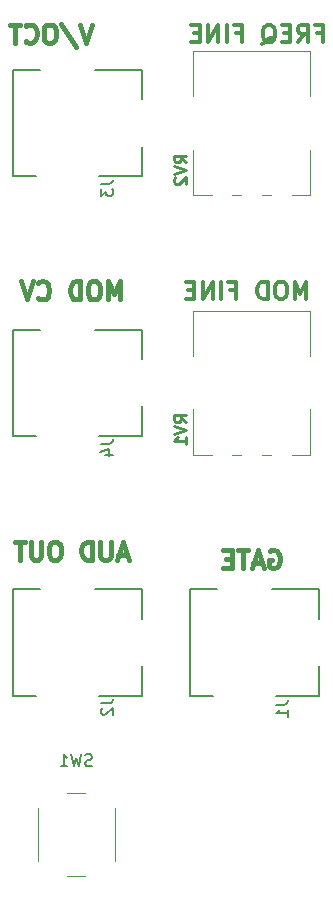
<source format=gbo>
%TF.GenerationSoftware,KiCad,Pcbnew,(6.0.1)*%
%TF.CreationDate,2022-10-17T21:53:42-04:00*%
%TF.ProjectId,ER-VCO-03_CTL,45522d56-434f-42d3-9033-5f43544c2e6b,1*%
%TF.SameCoordinates,Original*%
%TF.FileFunction,Legend,Bot*%
%TF.FilePolarity,Positive*%
%FSLAX46Y46*%
G04 Gerber Fmt 4.6, Leading zero omitted, Abs format (unit mm)*
G04 Created by KiCad (PCBNEW (6.0.1)) date 2022-10-17 21:53:42*
%MOMM*%
%LPD*%
G01*
G04 APERTURE LIST*
%ADD10C,0.381000*%
%ADD11C,0.375000*%
%ADD12C,0.254000*%
%ADD13C,0.150000*%
%ADD14C,0.120000*%
%ADD15C,0.200000*%
G04 APERTURE END LIST*
D10*
X10925857Y-45539685D02*
X10200142Y-45539685D01*
X11071000Y-45975113D02*
X10563000Y-44451113D01*
X10055000Y-45975113D01*
X9547000Y-44451113D02*
X9547000Y-45684827D01*
X9474428Y-45829970D01*
X9401857Y-45902542D01*
X9256714Y-45975113D01*
X8966428Y-45975113D01*
X8821285Y-45902542D01*
X8748714Y-45829970D01*
X8676142Y-45684827D01*
X8676142Y-44451113D01*
X7950428Y-45975113D02*
X7950428Y-44451113D01*
X7587571Y-44451113D01*
X7369857Y-44523685D01*
X7224714Y-44668827D01*
X7152142Y-44813970D01*
X7079571Y-45104256D01*
X7079571Y-45321970D01*
X7152142Y-45612256D01*
X7224714Y-45757399D01*
X7369857Y-45902542D01*
X7587571Y-45975113D01*
X7950428Y-45975113D01*
X4974999Y-44451113D02*
X4684714Y-44451113D01*
X4539571Y-44523685D01*
X4394428Y-44668827D01*
X4321857Y-44959113D01*
X4321857Y-45467113D01*
X4394428Y-45757399D01*
X4539571Y-45902542D01*
X4684714Y-45975113D01*
X4974999Y-45975113D01*
X5120142Y-45902542D01*
X5265285Y-45757399D01*
X5337857Y-45467113D01*
X5337857Y-44959113D01*
X5265285Y-44668827D01*
X5120142Y-44523685D01*
X4974999Y-44451113D01*
X3668714Y-44451113D02*
X3668714Y-45684827D01*
X3596142Y-45829970D01*
X3523571Y-45902542D01*
X3378428Y-45975113D01*
X3088142Y-45975113D01*
X2943000Y-45902542D01*
X2870428Y-45829970D01*
X2797857Y-45684827D01*
X2797857Y-44451113D01*
X2289857Y-44451113D02*
X1419000Y-44451113D01*
X1854428Y-45975113D02*
X1854428Y-44451113D01*
D11*
X27035714Y-1392857D02*
X27535714Y-1392857D01*
X27535714Y-2178571D02*
X27535714Y-678571D01*
X26821428Y-678571D01*
X25392857Y-2178571D02*
X25892857Y-1464285D01*
X26250000Y-2178571D02*
X26250000Y-678571D01*
X25678571Y-678571D01*
X25535714Y-750000D01*
X25464285Y-821428D01*
X25392857Y-964285D01*
X25392857Y-1178571D01*
X25464285Y-1321428D01*
X25535714Y-1392857D01*
X25678571Y-1464285D01*
X26250000Y-1464285D01*
X24750000Y-1392857D02*
X24250000Y-1392857D01*
X24035714Y-2178571D02*
X24750000Y-2178571D01*
X24750000Y-678571D01*
X24035714Y-678571D01*
X22392857Y-2321428D02*
X22535714Y-2250000D01*
X22678571Y-2107142D01*
X22892857Y-1892857D01*
X23035714Y-1821428D01*
X23178571Y-1821428D01*
X23107142Y-2178571D02*
X23250000Y-2107142D01*
X23392857Y-1964285D01*
X23464285Y-1678571D01*
X23464285Y-1178571D01*
X23392857Y-892857D01*
X23250000Y-750000D01*
X23107142Y-678571D01*
X22821428Y-678571D01*
X22678571Y-750000D01*
X22535714Y-892857D01*
X22464285Y-1178571D01*
X22464285Y-1678571D01*
X22535714Y-1964285D01*
X22678571Y-2107142D01*
X22821428Y-2178571D01*
X23107142Y-2178571D01*
X20178571Y-1392857D02*
X20678571Y-1392857D01*
X20678571Y-2178571D02*
X20678571Y-678571D01*
X19964285Y-678571D01*
X19392857Y-2178571D02*
X19392857Y-678571D01*
X18678571Y-2178571D02*
X18678571Y-678571D01*
X17821428Y-2178571D01*
X17821428Y-678571D01*
X17107142Y-1392857D02*
X16607142Y-1392857D01*
X16392857Y-2178571D02*
X17107142Y-2178571D01*
X17107142Y-678571D01*
X16392857Y-678571D01*
X26131428Y-23928571D02*
X26131428Y-22428571D01*
X25631428Y-23500000D01*
X25131428Y-22428571D01*
X25131428Y-23928571D01*
X24131428Y-22428571D02*
X23845714Y-22428571D01*
X23702857Y-22500000D01*
X23560000Y-22642857D01*
X23488571Y-22928571D01*
X23488571Y-23428571D01*
X23560000Y-23714285D01*
X23702857Y-23857142D01*
X23845714Y-23928571D01*
X24131428Y-23928571D01*
X24274285Y-23857142D01*
X24417142Y-23714285D01*
X24488571Y-23428571D01*
X24488571Y-22928571D01*
X24417142Y-22642857D01*
X24274285Y-22500000D01*
X24131428Y-22428571D01*
X22845714Y-23928571D02*
X22845714Y-22428571D01*
X22488571Y-22428571D01*
X22274285Y-22500000D01*
X22131428Y-22642857D01*
X22060000Y-22785714D01*
X21988571Y-23071428D01*
X21988571Y-23285714D01*
X22060000Y-23571428D01*
X22131428Y-23714285D01*
X22274285Y-23857142D01*
X22488571Y-23928571D01*
X22845714Y-23928571D01*
X19702857Y-23142857D02*
X20202857Y-23142857D01*
X20202857Y-23928571D02*
X20202857Y-22428571D01*
X19488571Y-22428571D01*
X18917142Y-23928571D02*
X18917142Y-22428571D01*
X18202857Y-23928571D02*
X18202857Y-22428571D01*
X17345714Y-23928571D01*
X17345714Y-22428571D01*
X16631428Y-23142857D02*
X16131428Y-23142857D01*
X15917142Y-23928571D02*
X16631428Y-23928571D01*
X16631428Y-22428571D01*
X15917142Y-22428571D01*
D10*
X10314000Y-23939428D02*
X10314000Y-22415428D01*
X9806000Y-23504000D01*
X9298000Y-22415428D01*
X9298000Y-23939428D01*
X8282000Y-22415428D02*
X7991714Y-22415428D01*
X7846571Y-22488000D01*
X7701428Y-22633142D01*
X7628857Y-22923428D01*
X7628857Y-23431428D01*
X7701428Y-23721714D01*
X7846571Y-23866857D01*
X7991714Y-23939428D01*
X8282000Y-23939428D01*
X8427142Y-23866857D01*
X8572285Y-23721714D01*
X8644857Y-23431428D01*
X8644857Y-22923428D01*
X8572285Y-22633142D01*
X8427142Y-22488000D01*
X8282000Y-22415428D01*
X6975714Y-23939428D02*
X6975714Y-22415428D01*
X6612857Y-22415428D01*
X6395142Y-22488000D01*
X6250000Y-22633142D01*
X6177428Y-22778285D01*
X6104857Y-23068571D01*
X6104857Y-23286285D01*
X6177428Y-23576571D01*
X6250000Y-23721714D01*
X6395142Y-23866857D01*
X6612857Y-23939428D01*
X6975714Y-23939428D01*
X3419714Y-23794285D02*
X3492285Y-23866857D01*
X3710000Y-23939428D01*
X3855142Y-23939428D01*
X4072857Y-23866857D01*
X4218000Y-23721714D01*
X4290571Y-23576571D01*
X4363142Y-23286285D01*
X4363142Y-23068571D01*
X4290571Y-22778285D01*
X4218000Y-22633142D01*
X4072857Y-22488000D01*
X3855142Y-22415428D01*
X3710000Y-22415428D01*
X3492285Y-22488000D01*
X3419714Y-22560571D01*
X2984285Y-22415428D02*
X2476285Y-23939428D01*
X1968285Y-22415428D01*
X7947142Y-665428D02*
X7439142Y-2189428D01*
X6931142Y-665428D01*
X5334571Y-592857D02*
X6640857Y-2552285D01*
X4536285Y-665428D02*
X4246000Y-665428D01*
X4100857Y-738000D01*
X3955714Y-883142D01*
X3883142Y-1173428D01*
X3883142Y-1681428D01*
X3955714Y-1971714D01*
X4100857Y-2116857D01*
X4246000Y-2189428D01*
X4536285Y-2189428D01*
X4681428Y-2116857D01*
X4826571Y-1971714D01*
X4899142Y-1681428D01*
X4899142Y-1173428D01*
X4826571Y-883142D01*
X4681428Y-738000D01*
X4536285Y-665428D01*
X2359142Y-2044285D02*
X2431714Y-2116857D01*
X2649428Y-2189428D01*
X2794571Y-2189428D01*
X3012285Y-2116857D01*
X3157428Y-1971714D01*
X3230000Y-1826571D01*
X3302571Y-1536285D01*
X3302571Y-1318571D01*
X3230000Y-1028285D01*
X3157428Y-883142D01*
X3012285Y-738000D01*
X2794571Y-665428D01*
X2649428Y-665428D01*
X2431714Y-738000D01*
X2359142Y-810571D01*
X1923714Y-665428D02*
X1052857Y-665428D01*
X1488285Y-2189428D02*
X1488285Y-665428D01*
X23024000Y-45238000D02*
X23169142Y-45165428D01*
X23386857Y-45165428D01*
X23604571Y-45238000D01*
X23749714Y-45383142D01*
X23822285Y-45528285D01*
X23894857Y-45818571D01*
X23894857Y-46036285D01*
X23822285Y-46326571D01*
X23749714Y-46471714D01*
X23604571Y-46616857D01*
X23386857Y-46689428D01*
X23241714Y-46689428D01*
X23024000Y-46616857D01*
X22951428Y-46544285D01*
X22951428Y-46036285D01*
X23241714Y-46036285D01*
X22370857Y-46254000D02*
X21645142Y-46254000D01*
X22516000Y-46689428D02*
X22008000Y-45165428D01*
X21500000Y-46689428D01*
X21209714Y-45165428D02*
X20338857Y-45165428D01*
X20774285Y-46689428D02*
X20774285Y-45165428D01*
X19830857Y-45891142D02*
X19322857Y-45891142D01*
X19105142Y-46689428D02*
X19830857Y-46689428D01*
X19830857Y-45165428D01*
X19105142Y-45165428D01*
D12*
%TO.C,RV2*%
X15959619Y-12345238D02*
X15475809Y-12006571D01*
X15959619Y-11764666D02*
X14943619Y-11764666D01*
X14943619Y-12151714D01*
X14992000Y-12248476D01*
X15040380Y-12296857D01*
X15137142Y-12345238D01*
X15282285Y-12345238D01*
X15379047Y-12296857D01*
X15427428Y-12248476D01*
X15475809Y-12151714D01*
X15475809Y-11764666D01*
X14943619Y-12635523D02*
X15959619Y-12974190D01*
X14943619Y-13312857D01*
X15040380Y-13603142D02*
X14992000Y-13651523D01*
X14943619Y-13748285D01*
X14943619Y-13990190D01*
X14992000Y-14086952D01*
X15040380Y-14135333D01*
X15137142Y-14183714D01*
X15233904Y-14183714D01*
X15379047Y-14135333D01*
X15959619Y-13554761D01*
X15959619Y-14183714D01*
D13*
%TO.C,SW1*%
X7983333Y-63404761D02*
X7840476Y-63452380D01*
X7602380Y-63452380D01*
X7507142Y-63404761D01*
X7459523Y-63357142D01*
X7411904Y-63261904D01*
X7411904Y-63166666D01*
X7459523Y-63071428D01*
X7507142Y-63023809D01*
X7602380Y-62976190D01*
X7792857Y-62928571D01*
X7888095Y-62880952D01*
X7935714Y-62833333D01*
X7983333Y-62738095D01*
X7983333Y-62642857D01*
X7935714Y-62547619D01*
X7888095Y-62500000D01*
X7792857Y-62452380D01*
X7554761Y-62452380D01*
X7411904Y-62500000D01*
X7078571Y-62452380D02*
X6840476Y-63452380D01*
X6650000Y-62738095D01*
X6459523Y-63452380D01*
X6221428Y-62452380D01*
X5316666Y-63452380D02*
X5888095Y-63452380D01*
X5602380Y-63452380D02*
X5602380Y-62452380D01*
X5697619Y-62595238D01*
X5792857Y-62690476D01*
X5888095Y-62738095D01*
%TO.C,J4*%
X8746380Y-36173666D02*
X9460666Y-36173666D01*
X9603523Y-36126047D01*
X9698761Y-36030809D01*
X9746380Y-35887952D01*
X9746380Y-35792714D01*
X9079714Y-37078428D02*
X9746380Y-37078428D01*
X8698761Y-36840333D02*
X9413047Y-36602238D01*
X9413047Y-37221285D01*
D12*
%TO.C,RV1*%
X15959619Y-34345238D02*
X15475809Y-34006571D01*
X15959619Y-33764666D02*
X14943619Y-33764666D01*
X14943619Y-34151714D01*
X14992000Y-34248476D01*
X15040380Y-34296857D01*
X15137142Y-34345238D01*
X15282285Y-34345238D01*
X15379047Y-34296857D01*
X15427428Y-34248476D01*
X15475809Y-34151714D01*
X15475809Y-33764666D01*
X14943619Y-34635523D02*
X15959619Y-34974190D01*
X14943619Y-35312857D01*
X15959619Y-36183714D02*
X15959619Y-35603142D01*
X15959619Y-35893428D02*
X14943619Y-35893428D01*
X15088761Y-35796666D01*
X15185523Y-35699904D01*
X15233904Y-35603142D01*
D13*
%TO.C,J1*%
X23557380Y-58254666D02*
X24271666Y-58254666D01*
X24414523Y-58207047D01*
X24509761Y-58111809D01*
X24557380Y-57968952D01*
X24557380Y-57873714D01*
X24557380Y-59254666D02*
X24557380Y-58683238D01*
X24557380Y-58968952D02*
X23557380Y-58968952D01*
X23700238Y-58873714D01*
X23795476Y-58778476D01*
X23843095Y-58683238D01*
%TO.C,J3*%
X8746380Y-14173666D02*
X9460666Y-14173666D01*
X9603523Y-14126047D01*
X9698761Y-14030809D01*
X9746380Y-13887952D01*
X9746380Y-13792714D01*
X8746380Y-14554619D02*
X8746380Y-15173666D01*
X9127333Y-14840333D01*
X9127333Y-14983190D01*
X9174952Y-15078428D01*
X9222571Y-15126047D01*
X9317809Y-15173666D01*
X9555904Y-15173666D01*
X9651142Y-15126047D01*
X9698761Y-15078428D01*
X9746380Y-14983190D01*
X9746380Y-14697476D01*
X9698761Y-14602238D01*
X9651142Y-14554619D01*
%TO.C,J2*%
X8746380Y-58127666D02*
X9460666Y-58127666D01*
X9603523Y-58080047D01*
X9698761Y-57984809D01*
X9746380Y-57841952D01*
X9746380Y-57746714D01*
X8841619Y-58556238D02*
X8794000Y-58603857D01*
X8746380Y-58699095D01*
X8746380Y-58937190D01*
X8794000Y-59032428D01*
X8841619Y-59080047D01*
X8936857Y-59127666D01*
X9032095Y-59127666D01*
X9174952Y-59080047D01*
X9746380Y-58508619D01*
X9746380Y-59127666D01*
D14*
%TO.C,RV2*%
X16530000Y-6745000D02*
X16530000Y-2880000D01*
X16530000Y-15120000D02*
X16530000Y-11255000D01*
X18130000Y-15120000D02*
X16530000Y-15120000D01*
X23129000Y-15120000D02*
X22370000Y-15120000D01*
X26470000Y-2880000D02*
X16530000Y-2880000D01*
X26470000Y-6745000D02*
X26470000Y-2880000D01*
X20629000Y-15120000D02*
X19870000Y-15120000D01*
X26470000Y-15120000D02*
X24871000Y-15120000D01*
X26470000Y-15120000D02*
X26470000Y-11255000D01*
%TO.C,SW1*%
X9900000Y-67000000D02*
X9900000Y-71500000D01*
X5900000Y-65750000D02*
X7400000Y-65750000D01*
X3400000Y-71500000D02*
X3400000Y-67000000D01*
X7400000Y-72750000D02*
X5900000Y-72750000D01*
D15*
%TO.C,J4*%
X12200000Y-26500000D02*
X8200000Y-26500000D01*
X1300000Y-26500000D02*
X3600000Y-26500000D01*
X12200000Y-35500000D02*
X12200000Y-33000000D01*
X12200000Y-26500000D02*
X12200000Y-29000000D01*
X12200000Y-35500000D02*
X8600000Y-35500000D01*
X1300000Y-35500000D02*
X3200000Y-35500000D01*
X1300000Y-35500000D02*
X1300000Y-26500000D01*
D14*
%TO.C,RV1*%
X18130000Y-37120000D02*
X16530000Y-37120000D01*
X26470000Y-37120000D02*
X26470000Y-33255000D01*
X26470000Y-37120000D02*
X24871000Y-37120000D01*
X23129000Y-37120000D02*
X22370000Y-37120000D01*
X16530000Y-28745000D02*
X16530000Y-24880000D01*
X20629000Y-37120000D02*
X19870000Y-37120000D01*
X16530000Y-37120000D02*
X16530000Y-33255000D01*
X26470000Y-24880000D02*
X16530000Y-24880000D01*
X26470000Y-28745000D02*
X26470000Y-24880000D01*
D15*
%TO.C,J1*%
X16300000Y-57500000D02*
X18200000Y-57500000D01*
X27200000Y-48500000D02*
X23200000Y-48500000D01*
X16300000Y-57500000D02*
X16300000Y-48500000D01*
X27200000Y-57500000D02*
X23600000Y-57500000D01*
X27200000Y-57500000D02*
X27200000Y-55000000D01*
X16300000Y-48500000D02*
X18600000Y-48500000D01*
X27200000Y-48500000D02*
X27200000Y-51000000D01*
%TO.C,J3*%
X1300000Y-13500000D02*
X1300000Y-4500000D01*
X1300000Y-4500000D02*
X3600000Y-4500000D01*
X12200000Y-4500000D02*
X8200000Y-4500000D01*
X12200000Y-13500000D02*
X8600000Y-13500000D01*
X12200000Y-13500000D02*
X12200000Y-11000000D01*
X1300000Y-13500000D02*
X3200000Y-13500000D01*
X12200000Y-4500000D02*
X12200000Y-7000000D01*
%TO.C,J2*%
X12200000Y-48500000D02*
X8200000Y-48500000D01*
X12200000Y-57500000D02*
X8600000Y-57500000D01*
X12200000Y-48500000D02*
X12200000Y-51000000D01*
X1300000Y-57500000D02*
X1300000Y-48500000D01*
X1300000Y-48500000D02*
X3600000Y-48500000D01*
X12200000Y-57500000D02*
X12200000Y-55000000D01*
X1300000Y-57500000D02*
X3200000Y-57500000D01*
%TD*%
M02*

</source>
